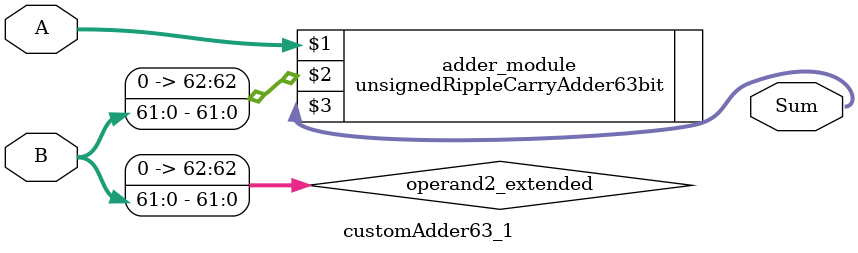
<source format=v>
module customAdder63_1(
                        input [62 : 0] A,
                        input [61 : 0] B,
                        
                        output [63 : 0] Sum
                );

        wire [62 : 0] operand2_extended;
        
        assign operand2_extended =  {1'b0, B};
        
        unsignedRippleCarryAdder63bit adder_module(
            A,
            operand2_extended,
            Sum
        );
        
        endmodule
        
</source>
